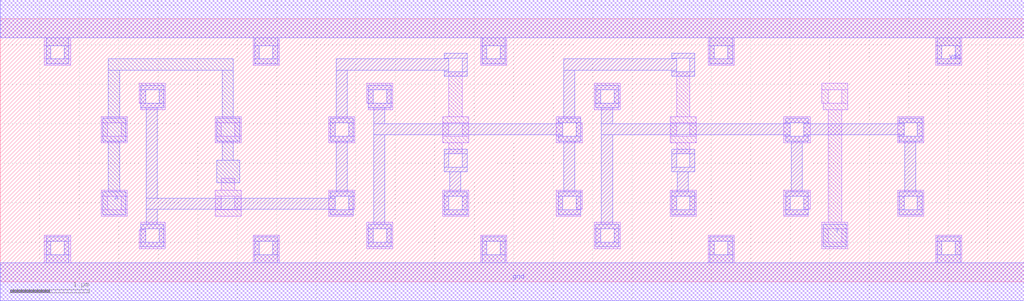
<source format=lef>
VERSION 5.7 ;
  NOWIREEXTENSIONATPIN ON ;
  DIVIDERCHAR "/" ;
  BUSBITCHARS "[]" ;
MACRO CLKBUF1
  CLASS CORE ;
  FOREIGN CLKBUF1 ;
  ORIGIN 0.000 0.000 ;
  SIZE 12.960 BY 3.330 ;
  SYMMETRY X Y R90 ;
  SITE unit ;
  PIN vdd
    DIRECTION INOUT ;
    USE POWER ;
    SHAPE ABUTMENT ;
    PORT
      LAYER met1 ;
        RECT 0.000 3.090 12.960 3.570 ;
        RECT 0.580 2.990 0.870 3.090 ;
        RECT 0.580 2.820 0.640 2.990 ;
        RECT 0.810 2.820 0.870 2.990 ;
        RECT 0.580 2.760 0.870 2.820 ;
        RECT 3.220 2.990 3.510 3.090 ;
        RECT 3.220 2.820 3.280 2.990 ;
        RECT 3.450 2.820 3.510 2.990 ;
        RECT 3.220 2.760 3.510 2.820 ;
        RECT 6.100 2.990 6.390 3.090 ;
        RECT 6.100 2.820 6.160 2.990 ;
        RECT 6.330 2.820 6.390 2.990 ;
        RECT 6.100 2.760 6.390 2.820 ;
        RECT 8.980 2.990 9.270 3.090 ;
        RECT 8.980 2.820 9.040 2.990 ;
        RECT 9.210 2.820 9.270 2.990 ;
        RECT 8.980 2.760 9.270 2.820 ;
        RECT 11.860 2.990 12.150 3.090 ;
        RECT 11.860 2.820 11.920 2.990 ;
        RECT 12.090 2.820 12.150 2.990 ;
        RECT 11.860 2.760 12.150 2.820 ;
    END
    PORT
      LAYER li1 ;
        RECT 0.000 3.090 12.960 3.570 ;
        RECT 0.560 2.990 0.890 3.090 ;
        RECT 0.560 2.820 0.640 2.990 ;
        RECT 0.810 2.820 0.890 2.990 ;
        RECT 0.560 2.740 0.890 2.820 ;
        RECT 3.200 2.990 3.530 3.090 ;
        RECT 3.200 2.820 3.280 2.990 ;
        RECT 3.450 2.820 3.530 2.990 ;
        RECT 3.200 2.740 3.530 2.820 ;
        RECT 6.080 2.990 6.410 3.090 ;
        RECT 6.080 2.820 6.160 2.990 ;
        RECT 6.330 2.820 6.410 2.990 ;
        RECT 6.080 2.740 6.410 2.820 ;
        RECT 8.960 2.990 9.290 3.090 ;
        RECT 8.960 2.820 9.040 2.990 ;
        RECT 9.210 2.820 9.290 2.990 ;
        RECT 8.960 2.740 9.290 2.820 ;
        RECT 11.840 2.990 12.170 3.090 ;
        RECT 11.840 2.820 11.920 2.990 ;
        RECT 12.090 2.820 12.170 2.990 ;
        RECT 11.840 2.740 12.170 2.820 ;
    END
  END vdd
  PIN gnd
    DIRECTION INOUT ;
    USE GROUND ;
    SHAPE ABUTMENT ;
    PORT
      LAYER met1 ;
        RECT 0.580 0.510 0.870 0.570 ;
        RECT 0.580 0.340 0.640 0.510 ;
        RECT 0.810 0.340 0.870 0.510 ;
        RECT 0.580 0.240 0.870 0.340 ;
        RECT 3.220 0.510 3.510 0.570 ;
        RECT 3.220 0.340 3.280 0.510 ;
        RECT 3.450 0.340 3.510 0.510 ;
        RECT 3.220 0.240 3.510 0.340 ;
        RECT 6.100 0.510 6.390 0.570 ;
        RECT 6.100 0.340 6.160 0.510 ;
        RECT 6.330 0.340 6.390 0.510 ;
        RECT 6.100 0.240 6.390 0.340 ;
        RECT 8.980 0.510 9.270 0.570 ;
        RECT 8.980 0.340 9.040 0.510 ;
        RECT 9.210 0.340 9.270 0.510 ;
        RECT 8.980 0.240 9.270 0.340 ;
        RECT 11.860 0.510 12.150 0.570 ;
        RECT 11.860 0.340 11.920 0.510 ;
        RECT 12.090 0.340 12.150 0.510 ;
        RECT 11.860 0.240 12.150 0.340 ;
        RECT 0.000 -0.240 12.960 0.240 ;
    END
    PORT
      LAYER li1 ;
        RECT 0.560 0.510 0.890 0.590 ;
        RECT 0.560 0.340 0.640 0.510 ;
        RECT 0.810 0.340 0.890 0.510 ;
        RECT 0.560 0.240 0.890 0.340 ;
        RECT 3.200 0.510 3.530 0.590 ;
        RECT 3.200 0.340 3.280 0.510 ;
        RECT 3.450 0.340 3.530 0.510 ;
        RECT 3.200 0.240 3.530 0.340 ;
        RECT 6.080 0.510 6.410 0.590 ;
        RECT 6.080 0.340 6.160 0.510 ;
        RECT 6.330 0.340 6.410 0.510 ;
        RECT 6.080 0.240 6.410 0.340 ;
        RECT 8.960 0.510 9.290 0.590 ;
        RECT 8.960 0.340 9.040 0.510 ;
        RECT 9.210 0.340 9.290 0.510 ;
        RECT 8.960 0.240 9.290 0.340 ;
        RECT 11.840 0.510 12.170 0.590 ;
        RECT 11.840 0.340 11.920 0.510 ;
        RECT 12.090 0.340 12.170 0.510 ;
        RECT 11.840 0.240 12.170 0.340 ;
        RECT 0.000 -0.240 12.960 0.240 ;
    END
  END gnd
  PIN Y
    DIRECTION INOUT ;
    USE SIGNAL ;
    SHAPE ABUTMENT ;
    PORT
      LAYER met1 ;
        RECT 10.420 0.440 10.710 0.730 ;
    END
  END Y
  PIN A
    DIRECTION INOUT ;
    USE SIGNAL ;
    SHAPE ABUTMENT ;
    PORT
      LAYER met1 ;
        RECT 1.370 2.680 2.950 2.820 ;
        RECT 1.370 2.070 1.510 2.680 ;
        RECT 2.810 2.070 2.950 2.680 ;
        RECT 1.300 1.780 1.590 2.070 ;
        RECT 2.740 1.780 3.030 2.070 ;
        RECT 1.370 1.140 1.510 1.780 ;
        RECT 2.810 1.540 2.950 1.780 ;
        RECT 2.740 1.250 3.030 1.540 ;
        RECT 1.300 0.850 1.590 1.140 ;
    END
  END A
  OBS
      LAYER li1 ;
        RECT 1.760 2.430 2.090 2.510 ;
        RECT 1.760 2.260 1.840 2.430 ;
        RECT 2.010 2.260 2.090 2.430 ;
        RECT 4.640 2.430 4.970 2.510 ;
        RECT 4.640 2.260 4.720 2.430 ;
        RECT 4.890 2.260 4.970 2.430 ;
        RECT 1.780 2.180 2.090 2.260 ;
        RECT 4.660 2.180 4.970 2.260 ;
        RECT 5.680 2.090 5.850 2.660 ;
        RECT 7.520 2.430 7.850 2.510 ;
        RECT 7.520 2.260 7.600 2.430 ;
        RECT 7.770 2.260 7.850 2.430 ;
        RECT 7.520 2.180 7.850 2.260 ;
        RECT 8.560 2.090 8.730 2.660 ;
        RECT 10.400 2.430 10.730 2.510 ;
        RECT 10.400 2.260 10.480 2.430 ;
        RECT 10.650 2.260 10.730 2.430 ;
        RECT 10.420 2.180 10.730 2.260 ;
        RECT 1.280 2.010 1.610 2.090 ;
        RECT 1.280 1.840 1.360 2.010 ;
        RECT 1.530 1.840 1.610 2.010 ;
        RECT 1.280 1.760 1.610 1.840 ;
        RECT 2.720 2.010 3.050 2.090 ;
        RECT 2.720 1.840 2.800 2.010 ;
        RECT 2.970 1.840 3.050 2.010 ;
        RECT 2.720 1.760 3.050 1.840 ;
        RECT 4.160 2.010 4.490 2.090 ;
        RECT 4.160 1.840 4.240 2.010 ;
        RECT 4.410 1.840 4.490 2.010 ;
        RECT 4.160 1.760 4.490 1.840 ;
        RECT 5.600 2.010 5.930 2.090 ;
        RECT 5.600 1.840 5.680 2.010 ;
        RECT 5.850 1.840 5.930 2.010 ;
        RECT 5.600 1.760 5.930 1.840 ;
        RECT 7.040 2.010 7.350 2.090 ;
        RECT 8.480 2.010 8.810 2.090 ;
        RECT 7.040 1.840 7.120 2.010 ;
        RECT 7.290 1.840 7.370 2.010 ;
        RECT 7.040 1.760 7.370 1.840 ;
        RECT 8.480 1.840 8.560 2.010 ;
        RECT 8.730 1.840 8.810 2.010 ;
        RECT 8.480 1.760 8.810 1.840 ;
        RECT 9.920 2.010 10.250 2.090 ;
        RECT 9.920 1.840 10.000 2.010 ;
        RECT 10.170 1.840 10.250 2.010 ;
        RECT 9.920 1.760 10.250 1.840 ;
        RECT 5.680 1.620 5.850 1.760 ;
        RECT 8.560 1.620 8.730 1.760 ;
        RECT 2.800 1.160 2.970 1.310 ;
        RECT 1.280 1.080 1.610 1.160 ;
        RECT 1.280 0.910 1.360 1.080 ;
        RECT 1.530 0.910 1.610 1.080 ;
        RECT 1.280 0.830 1.610 0.910 ;
        RECT 2.720 1.080 3.050 1.160 ;
        RECT 2.720 0.910 2.800 1.080 ;
        RECT 2.970 0.910 3.050 1.080 ;
        RECT 2.720 0.830 3.050 0.910 ;
        RECT 4.160 1.080 4.490 1.160 ;
        RECT 4.160 0.910 4.240 1.080 ;
        RECT 4.410 0.920 4.490 1.080 ;
        RECT 5.600 1.080 5.930 1.160 ;
        RECT 4.410 0.910 4.470 0.920 ;
        RECT 4.160 0.830 4.470 0.910 ;
        RECT 5.600 0.910 5.680 1.080 ;
        RECT 5.850 0.910 5.930 1.080 ;
        RECT 5.600 0.830 5.930 0.910 ;
        RECT 7.040 1.080 7.370 1.160 ;
        RECT 7.040 0.910 7.120 1.080 ;
        RECT 7.290 0.920 7.370 1.080 ;
        RECT 8.480 1.080 8.810 1.160 ;
        RECT 7.290 0.910 7.350 0.920 ;
        RECT 7.040 0.830 7.350 0.910 ;
        RECT 8.480 0.910 8.560 1.080 ;
        RECT 8.730 0.910 8.810 1.080 ;
        RECT 8.480 0.830 8.810 0.910 ;
        RECT 9.920 1.080 10.250 1.160 ;
        RECT 9.920 0.910 10.000 1.080 ;
        RECT 10.170 0.920 10.250 1.080 ;
        RECT 10.170 0.910 10.230 0.920 ;
        RECT 9.920 0.830 10.230 0.910 ;
        RECT 10.480 0.750 10.650 2.180 ;
        RECT 11.360 2.010 11.690 2.090 ;
        RECT 11.360 1.840 11.440 2.010 ;
        RECT 11.610 1.840 11.690 2.010 ;
        RECT 11.360 1.760 11.690 1.840 ;
        RECT 11.360 1.080 11.690 1.160 ;
        RECT 11.360 0.910 11.440 1.080 ;
        RECT 11.610 0.910 11.690 1.080 ;
        RECT 11.360 0.830 11.690 0.910 ;
        RECT 1.780 0.670 2.090 0.750 ;
        RECT 1.780 0.660 1.840 0.670 ;
        RECT 1.760 0.500 1.840 0.660 ;
        RECT 2.010 0.500 2.090 0.670 ;
        RECT 1.760 0.420 2.090 0.500 ;
        RECT 4.640 0.670 4.970 0.750 ;
        RECT 4.640 0.500 4.720 0.670 ;
        RECT 4.890 0.500 4.970 0.670 ;
        RECT 4.640 0.420 4.970 0.500 ;
        RECT 7.520 0.670 7.850 0.750 ;
        RECT 7.520 0.500 7.600 0.670 ;
        RECT 7.770 0.500 7.850 0.670 ;
        RECT 7.520 0.420 7.850 0.500 ;
        RECT 10.400 0.670 10.730 0.750 ;
        RECT 10.400 0.500 10.480 0.670 ;
        RECT 10.650 0.500 10.730 0.670 ;
        RECT 10.400 0.420 10.730 0.500 ;
      LAYER met1 ;
        RECT 5.620 2.830 5.910 2.890 ;
        RECT 5.620 2.820 5.680 2.830 ;
        RECT 4.250 2.680 5.680 2.820 ;
        RECT 1.780 2.430 2.070 2.490 ;
        RECT 1.780 2.260 1.840 2.430 ;
        RECT 2.010 2.260 2.070 2.430 ;
        RECT 1.780 2.200 2.070 2.260 ;
        RECT 1.850 1.060 1.990 2.200 ;
        RECT 4.250 2.070 4.390 2.680 ;
        RECT 5.620 2.660 5.680 2.680 ;
        RECT 5.850 2.660 5.910 2.830 ;
        RECT 8.500 2.830 8.790 2.890 ;
        RECT 8.500 2.820 8.560 2.830 ;
        RECT 5.620 2.600 5.910 2.660 ;
        RECT 7.130 2.680 8.560 2.820 ;
        RECT 4.660 2.430 4.950 2.490 ;
        RECT 4.660 2.260 4.720 2.430 ;
        RECT 4.890 2.260 4.950 2.430 ;
        RECT 4.660 2.200 4.950 2.260 ;
        RECT 4.180 2.010 4.470 2.070 ;
        RECT 4.180 1.840 4.240 2.010 ;
        RECT 4.410 1.840 4.470 2.010 ;
        RECT 4.180 1.780 4.470 1.840 ;
        RECT 4.730 2.000 4.870 2.200 ;
        RECT 7.130 2.070 7.270 2.680 ;
        RECT 8.500 2.660 8.560 2.680 ;
        RECT 8.730 2.660 8.790 2.830 ;
        RECT 8.500 2.600 8.790 2.660 ;
        RECT 7.540 2.430 7.830 2.490 ;
        RECT 7.540 2.260 7.600 2.430 ;
        RECT 7.770 2.260 7.830 2.430 ;
        RECT 7.540 2.200 7.830 2.260 ;
        RECT 7.060 2.010 7.350 2.070 ;
        RECT 7.060 2.000 7.120 2.010 ;
        RECT 4.730 1.860 7.120 2.000 ;
        RECT 4.250 1.140 4.390 1.780 ;
        RECT 4.180 1.080 4.470 1.140 ;
        RECT 4.180 1.060 4.240 1.080 ;
        RECT 1.850 0.920 4.240 1.060 ;
        RECT 1.850 0.730 1.990 0.920 ;
        RECT 4.180 0.910 4.240 0.920 ;
        RECT 4.410 0.910 4.470 1.080 ;
        RECT 4.180 0.850 4.470 0.910 ;
        RECT 4.730 0.730 4.870 1.860 ;
        RECT 7.060 1.840 7.120 1.860 ;
        RECT 7.290 1.840 7.350 2.010 ;
        RECT 7.060 1.780 7.350 1.840 ;
        RECT 7.610 2.000 7.750 2.200 ;
        RECT 9.940 2.010 10.230 2.070 ;
        RECT 9.940 2.000 10.000 2.010 ;
        RECT 7.610 1.860 10.000 2.000 ;
        RECT 5.620 1.620 5.910 1.680 ;
        RECT 5.620 1.450 5.680 1.620 ;
        RECT 5.850 1.450 5.910 1.620 ;
        RECT 5.620 1.390 5.910 1.450 ;
        RECT 5.690 1.140 5.830 1.390 ;
        RECT 7.130 1.140 7.270 1.780 ;
        RECT 5.620 1.080 5.910 1.140 ;
        RECT 5.620 0.910 5.680 1.080 ;
        RECT 5.850 0.910 5.910 1.080 ;
        RECT 5.620 0.850 5.910 0.910 ;
        RECT 7.060 1.080 7.350 1.140 ;
        RECT 7.060 0.910 7.120 1.080 ;
        RECT 7.290 0.910 7.350 1.080 ;
        RECT 7.060 0.850 7.350 0.910 ;
        RECT 7.610 0.730 7.750 1.860 ;
        RECT 9.940 1.840 10.000 1.860 ;
        RECT 10.170 2.000 10.230 2.010 ;
        RECT 11.380 2.010 11.670 2.070 ;
        RECT 11.380 2.000 11.440 2.010 ;
        RECT 10.170 1.860 11.440 2.000 ;
        RECT 10.170 1.840 10.230 1.860 ;
        RECT 9.940 1.780 10.230 1.840 ;
        RECT 11.380 1.840 11.440 1.860 ;
        RECT 11.610 1.840 11.670 2.010 ;
        RECT 11.380 1.780 11.670 1.840 ;
        RECT 8.500 1.620 8.790 1.680 ;
        RECT 8.500 1.450 8.560 1.620 ;
        RECT 8.730 1.450 8.790 1.620 ;
        RECT 8.500 1.390 8.790 1.450 ;
        RECT 8.570 1.140 8.710 1.390 ;
        RECT 10.010 1.140 10.150 1.780 ;
        RECT 11.450 1.140 11.590 1.780 ;
        RECT 8.500 1.080 8.790 1.140 ;
        RECT 8.500 0.910 8.560 1.080 ;
        RECT 8.730 0.910 8.790 1.080 ;
        RECT 8.500 0.850 8.790 0.910 ;
        RECT 9.940 1.080 10.230 1.140 ;
        RECT 9.940 0.910 10.000 1.080 ;
        RECT 10.170 0.910 10.230 1.080 ;
        RECT 9.940 0.850 10.230 0.910 ;
        RECT 11.380 1.080 11.670 1.140 ;
        RECT 11.380 0.910 11.440 1.080 ;
        RECT 11.610 0.910 11.670 1.080 ;
        RECT 11.380 0.850 11.670 0.910 ;
        RECT 1.780 0.670 2.070 0.730 ;
        RECT 1.780 0.500 1.840 0.670 ;
        RECT 2.010 0.500 2.070 0.670 ;
        RECT 1.780 0.440 2.070 0.500 ;
        RECT 4.660 0.670 4.950 0.730 ;
        RECT 4.660 0.500 4.720 0.670 ;
        RECT 4.890 0.500 4.950 0.670 ;
        RECT 4.660 0.440 4.950 0.500 ;
        RECT 7.540 0.670 7.830 0.730 ;
        RECT 7.540 0.500 7.600 0.670 ;
        RECT 7.770 0.500 7.830 0.670 ;
        RECT 7.540 0.440 7.830 0.500 ;
  END
END CLKBUF1
END LIBRARY


</source>
